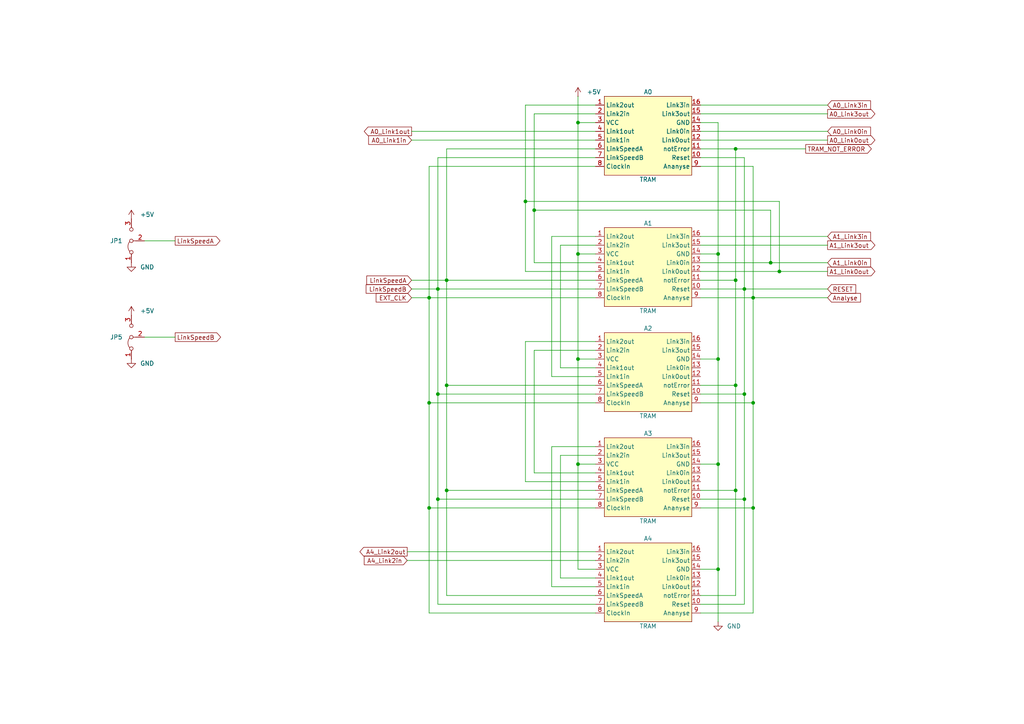
<source format=kicad_sch>
(kicad_sch (version 20250114) (generator "eeschema") (generator_version "9.0")
  (paper "A4")
  (title_block (title "TPU"))
  (lib_symbols
    (symbol "georg:Jumper" (pin_names (offset 0) (hide yes))
      (property "Reference" "JP" (at -2.54 -2.54 0))
      (symbol "Jumper_0_0"
        (circle (center -3.302 0) (radius 0.508))
        (circle (center 0 0) (radius 0.508))
        (circle (center 3.302 0) (radius 0.508))
      )
      (symbol "Jumper_0_1"
        (arc (start -3.048 0.508) (mid -1.651 0.9912) (end -0.254 0.508))
        (polyline (pts (xy 0 -1.27) (xy 0 -0.508)))
      )
      (symbol "Jumper_1_1"
        (pin passive line (at -6.35 0 0) (length 2.54) (name "A") (number "1"))
        (pin passive line (at 0 -3.81 90) (length 2.54) (name "C") (number "2"))
        (pin passive line (at 6.35 0 180) (length 2.54) (name "B") (number "3"))
      )
    )
    (symbol "power:+5V" (power) (pin_numbers (hide yes)) (pin_names (offset 0) (hide yes))
      (property "Value" "+5V" (at 0 3.556 0))
      (symbol "+5V_0_1"
        (polyline (pts (xy -0.762 1.27) (xy 0 2.54)))
        (polyline (pts (xy 0 2.54) (xy 0.762 1.27)))
        (polyline (pts (xy 0 0) (xy 0 2.54)))
      )
      (symbol "+5V_1_1"
        (pin power_in line (at 0 0 90) (length 0) (name "~") (number "1"))
      )
    )
    (symbol "power:GND" (power) (pin_numbers (hide yes)) (pin_names (offset 0) (hide yes))
      (property "Value" "GND" (at 0 -3.81 0))
      (symbol "GND_0_1"
        (polyline (pts (xy 0 0) (xy 0 -1.27) (xy 1.27 -1.27) (xy 0 -2.54) (xy -1.27 -1.27) (xy 0 -1.27)))
      )
      (symbol "GND_1_1"
        (pin power_in line (at 0 0 270) (length 0) (name "~") (number "1"))
      )
    )
    (symbol "tpu:tram"
      (property "Reference" "A" (at 0 3.81 0))
      (property "Value" "TRAM" (at 0 -21.59 0))
      (symbol "tram_0_0"
        (pin output line (at -15.24 0 0) (length 2.54) (name "Link2out") (number "1"))
        (pin input line (at -15.24 -2.54 0) (length 2.54) (name "Link2in") (number "2"))
        (pin power_in line (at -15.24 -5.08 0) (length 2.54) (name "VCC") (number "3"))
        (pin output line (at -15.24 -7.62 0) (length 2.54) (name "Link1out") (number "4"))
        (pin input line (at -15.24 -10.16 0) (length 2.54) (name "Link1in") (number "5"))
        (pin input line (at -15.24 -12.7 0) (length 2.54) (name "LinkSpeedA") (number "6"))
        (pin input line (at -15.24 -15.24 0) (length 2.54) (name "LinkSpeedB") (number "7"))
        (pin input line (at -15.24 -17.78 0) (length 2.54) (name "ClockIn") (number "8"))
        (pin input line (at 15.24 0 180) (length 2.54) (name "Link3in") (number "16"))
        (pin output line (at 15.24 -2.54 180) (length 2.54) (name "Link3out") (number "15"))
        (pin power_in line (at 15.24 -5.08 180) (length 2.54) (name "GND") (number "14"))
        (pin input line (at 15.24 -7.62 180) (length 2.54) (name "Link0in") (number "13"))
        (pin output line (at 15.24 -10.16 180) (length 2.54) (name "Link0out") (number "12"))
        (pin output line (at 15.24 -12.7 180) (length 2.54) (name "notError") (number "11"))
        (pin input line (at 15.24 -15.24 180) (length 2.54) (name "Reset") (number "10"))
        (pin input line (at 15.24 -17.78 180) (length 2.54) (name "Ananyse") (number "9"))
      )
      (symbol "tram_1_1"
        (rectangle (start -12.7 2.54) (end 12.7 -20.32) (fill (type background)))
      )
    )
  )
  (junction (at 167.64 35.56))
  (junction (at 213.36 111.76))
  (junction (at 208.28 165.1))
  (junction (at 154.94 60.96))
  (junction (at 208.28 104.14))
  (junction (at 127 144.78))
  (junction (at 218.44 86.36))
  (junction (at 218.44 147.32))
  (junction (at 152.4 58.42))
  (junction (at 213.36 43.18))
  (junction (at 129.54 142.24))
  (junction (at 208.28 73.66))
  (junction (at 215.9 114.3))
  (junction (at 213.36 81.28))
  (junction (at 226.06 78.74))
  (junction (at 129.54 111.76))
  (junction (at 215.9 144.78))
  (junction (at 215.9 83.82))
  (junction (at 127 83.82))
  (junction (at 127 114.3))
  (junction (at 124.46 116.84))
  (junction (at 223.52 76.2))
  (junction (at 167.64 104.14))
  (junction (at 124.46 86.36))
  (junction (at 129.54 81.28))
  (junction (at 208.28 134.62))
  (junction (at 167.64 73.66))
  (junction (at 218.44 116.84))
  (junction (at 213.36 142.24))
  (junction (at 167.64 134.62))
  (junction (at 124.46 147.32))
  (wire (pts (xy 172.72 101.6) (xy 154.94 101.6)))
  (wire (pts (xy 203.2 144.78) (xy 215.9 144.78)))
  (wire (pts (xy 172.72 35.56) (xy 167.64 35.56)))
  (wire (pts (xy 172.72 45.72) (xy 127 45.72)))
  (wire (pts (xy 215.9 45.72) (xy 215.9 83.82)))
  (wire (pts (xy 154.94 60.96) (xy 223.52 60.96)))
  (wire (pts (xy 203.2 68.58) (xy 240.03 68.58)))
  (wire (pts (xy 203.2 71.12) (xy 240.03 71.12)))
  (wire (pts (xy 203.2 43.18) (xy 213.36 43.18)))
  (wire (pts (xy 208.28 104.14) (xy 208.28 134.62)))
  (wire (pts (xy 162.56 71.12) (xy 172.72 71.12)))
  (wire (pts (xy 203.2 83.82) (xy 215.9 83.82)))
  (wire (pts (xy 172.72 142.24) (xy 129.54 142.24)))
  (wire (pts (xy 172.72 104.14) (xy 167.64 104.14)))
  (wire (pts (xy 162.56 106.68) (xy 162.56 71.12)))
  (wire (pts (xy 118.11 160.02) (xy 172.72 160.02)))
  (wire (pts (xy 172.72 106.68) (xy 162.56 106.68)))
  (wire (pts (xy 154.94 60.96) (xy 154.94 76.2)))
  (wire (pts (xy 203.2 45.72) (xy 215.9 45.72)))
  (wire (pts (xy 172.72 73.66) (xy 167.64 73.66)))
  (wire (pts (xy 152.4 139.7) (xy 172.72 139.7)))
  (wire (pts (xy 41.91 97.79) (xy 50.8 97.79)))
  (wire (pts (xy 172.72 129.54) (xy 160.02 129.54)))
  (wire (pts (xy 203.2 172.72) (xy 213.36 172.72)))
  (wire (pts (xy 215.9 144.78) (xy 215.9 175.26)))
  (wire (pts (xy 223.52 76.2) (xy 240.03 76.2)))
  (wire (pts (xy 124.46 86.36) (xy 172.72 86.36)))
  (wire (pts (xy 172.72 116.84) (xy 124.46 116.84)))
  (wire (pts (xy 172.72 167.64) (xy 162.56 167.64)))
  (wire (pts (xy 172.72 134.62) (xy 167.64 134.62)))
  (wire (pts (xy 129.54 172.72) (xy 129.54 142.24)))
  (wire (pts (xy 160.02 68.58) (xy 160.02 109.22)))
  (wire (pts (xy 129.54 111.76) (xy 129.54 142.24)))
  (wire (pts (xy 172.72 111.76) (xy 129.54 111.76)))
  (wire (pts (xy 213.36 43.18) (xy 233.68 43.18)))
  (wire (pts (xy 203.2 81.28) (xy 213.36 81.28)))
  (wire (pts (xy 172.72 78.74) (xy 152.4 78.74)))
  (wire (pts (xy 218.44 147.32) (xy 218.44 116.84)))
  (wire (pts (xy 203.2 73.66) (xy 208.28 73.66)))
  (wire (pts (xy 208.28 35.56) (xy 208.28 73.66)))
  (wire (pts (xy 172.72 114.3) (xy 127 114.3)))
  (wire (pts (xy 162.56 167.64) (xy 162.56 132.08)))
  (wire (pts (xy 203.2 86.36) (xy 218.44 86.36)))
  (wire (pts (xy 160.02 109.22) (xy 172.72 109.22)))
  (wire (pts (xy 154.94 76.2) (xy 172.72 76.2)))
  (wire (pts (xy 203.2 175.26) (xy 215.9 175.26)))
  (wire (pts (xy 215.9 114.3) (xy 215.9 144.78)))
  (wire (pts (xy -16.51 142.24) (xy -13.97 142.24)))
  (wire (pts (xy 124.46 147.32) (xy 124.46 177.8)))
  (wire (pts (xy 124.46 48.26) (xy 124.46 86.36)))
  (wire (pts (xy 215.9 83.82) (xy 240.03 83.82)))
  (wire (pts (xy 154.94 33.02) (xy 154.94 60.96)))
  (wire (pts (xy 172.72 48.26) (xy 124.46 48.26)))
  (wire (pts (xy 203.2 165.1) (xy 208.28 165.1)))
  (wire (pts (xy 119.38 83.82) (xy 127 83.82)))
  (wire (pts (xy 203.2 116.84) (xy 218.44 116.84)))
  (wire (pts (xy 218.44 86.36) (xy 240.03 86.36)))
  (wire (pts (xy -16.51 137.16) (xy -13.97 137.16)))
  (wire (pts (xy 203.2 76.2) (xy 223.52 76.2)))
  (wire (pts (xy 203.2 104.14) (xy 208.28 104.14)))
  (wire (pts (xy 203.2 142.24) (xy 213.36 142.24)))
  (wire (pts (xy 172.72 147.32) (xy 124.46 147.32)))
  (wire (pts (xy 215.9 114.3) (xy 203.2 114.3)))
  (wire (pts (xy 213.36 111.76) (xy 213.36 142.24)))
  (wire (pts (xy 152.4 58.42) (xy 226.06 58.42)))
  (wire (pts (xy 119.38 81.28) (xy 129.54 81.28)))
  (wire (pts (xy 124.46 147.32) (xy 124.46 116.84)))
  (wire (pts (xy 172.72 172.72) (xy 129.54 172.72)))
  (wire (pts (xy 118.11 162.56) (xy 172.72 162.56)))
  (wire (pts (xy 167.64 134.62) (xy 167.64 165.1)))
  (wire (pts (xy 152.4 58.42) (xy 152.4 30.48)))
  (wire (pts (xy 154.94 137.16) (xy 172.72 137.16)))
  (wire (pts (xy 127 114.3) (xy 127 83.82)))
  (wire (pts (xy 160.02 68.58) (xy 172.72 68.58)))
  (wire (pts (xy 162.56 132.08) (xy 172.72 132.08)))
  (wire (pts (xy 167.64 104.14) (xy 167.64 73.66)))
  (wire (pts (xy 203.2 35.56) (xy 208.28 35.56)))
  (wire (pts (xy 127 144.78) (xy 127 114.3)))
  (wire (pts (xy 226.06 58.42) (xy 226.06 78.74)))
  (wire (pts (xy 203.2 30.48) (xy 240.03 30.48)))
  (wire (pts (xy 203.2 78.74) (xy 226.06 78.74)))
  (wire (pts (xy 129.54 81.28) (xy 172.72 81.28)))
  (wire (pts (xy 203.2 33.02) (xy 240.03 33.02)))
  (wire (pts (xy 218.44 147.32) (xy 218.44 177.8)))
  (wire (pts (xy -13.97 137.16) (xy -13.97 134.62)))
  (wire (pts (xy 152.4 78.74) (xy 152.4 58.42)))
  (wire (pts (xy 160.02 129.54) (xy 160.02 170.18)))
  (wire (pts (xy 172.72 33.02) (xy 154.94 33.02)))
  (wire (pts (xy 226.06 78.74) (xy 240.03 78.74)))
  (wire (pts (xy 167.64 27.94) (xy 167.64 35.56)))
  (wire (pts (xy 172.72 99.06) (xy 152.4 99.06)))
  (wire (pts (xy 208.28 134.62) (xy 208.28 165.1)))
  (wire (pts (xy 167.64 104.14) (xy 167.64 134.62)))
  (wire (pts (xy 213.36 43.18) (xy 213.36 81.28)))
  (wire (pts (xy 160.02 170.18) (xy 172.72 170.18)))
  (wire (pts (xy 203.2 38.1) (xy 240.03 38.1)))
  (wire (pts (xy 127 83.82) (xy 172.72 83.82)))
  (wire (pts (xy 129.54 43.18) (xy 129.54 81.28)))
  (wire (pts (xy 208.28 165.1) (xy 208.28 180.34)))
  (wire (pts (xy 203.2 40.64) (xy 240.03 40.64)))
  (wire (pts (xy 215.9 83.82) (xy 215.9 114.3)))
  (wire (pts (xy 172.72 43.18) (xy 129.54 43.18)))
  (wire (pts (xy 124.46 86.36) (xy 124.46 116.84)))
  (wire (pts (xy 172.72 175.26) (xy 127 175.26)))
  (wire (pts (xy 41.91 69.85) (xy 50.8 69.85)))
  (wire (pts (xy 203.2 48.26) (xy 218.44 48.26)))
  (wire (pts (xy 223.52 60.96) (xy 223.52 76.2)))
  (wire (pts (xy 172.72 144.78) (xy 127 144.78)))
  (wire (pts (xy 172.72 165.1) (xy 167.64 165.1)))
  (wire (pts (xy 154.94 101.6) (xy 154.94 137.16)))
  (wire (pts (xy 208.28 73.66) (xy 208.28 104.14)))
  (wire (pts (xy 152.4 99.06) (xy 152.4 139.7)))
  (wire (pts (xy 167.64 35.56) (xy 167.64 73.66)))
  (wire (pts (xy 152.4 30.48) (xy 172.72 30.48)))
  (wire (pts (xy 218.44 86.36) (xy 218.44 116.84)))
  (wire (pts (xy 172.72 177.8) (xy 124.46 177.8)))
  (wire (pts (xy 213.36 111.76) (xy 203.2 111.76)))
  (wire (pts (xy 127 175.26) (xy 127 144.78)))
  (wire (pts (xy 129.54 81.28) (xy 129.54 111.76)))
  (wire (pts (xy 119.38 38.1) (xy 172.72 38.1)))
  (wire (pts (xy 203.2 177.8) (xy 218.44 177.8)))
  (wire (pts (xy 203.2 134.62) (xy 208.28 134.62)))
  (wire (pts (xy 127 45.72) (xy 127 83.82)))
  (wire (pts (xy 119.38 40.64) (xy 172.72 40.64)))
  (wire (pts (xy 203.2 147.32) (xy 218.44 147.32)))
  (wire (pts (xy 218.44 48.26) (xy 218.44 86.36)))
  (wire (pts (xy 213.36 142.24) (xy 213.36 172.72)))
  (wire (pts (xy 119.38 86.36) (xy 124.46 86.36)))
  (wire (pts (xy 213.36 81.28) (xy 213.36 111.76)))
  (global_label "LinkSpeedB" (shape input) (at 119.38 83.82 180) (property "Intersheetrefs" "${INTERSHEET_REFS}" (effects (hide yes))))
  (global_label "A0_Link1out" (shape output) (at 119.38 38.1 180) (property "Intersheetrefs" "${INTERSHEET_REFS}" (effects (hide yes))))
  (global_label "A0_Link1in" (shape input) (at 119.38 40.64 180) (property "Intersheetrefs" "${INTERSHEET_REFS}" (effects (hide yes))))
  (global_label "A4_Link2in" (shape input) (at 118.11 162.56 180) (property "Intersheetrefs" "${INTERSHEET_REFS}" (effects (hide yes))))
  (global_label "A1_Link3out" (shape output) (at 240.03 71.12 0) (property "Intersheetrefs" "${INTERSHEET_REFS}" (effects (hide yes))))
  (global_label "A0_Link3out" (shape output) (at 240.03 33.02 0) (property "Intersheetrefs" "${INTERSHEET_REFS}" (effects (hide yes))))
  (global_label "A0_Link0out" (shape output) (at 240.03 40.64 0) (property "Intersheetrefs" "${INTERSHEET_REFS}" (effects (hide yes))))
  (global_label "LinkSpeedA" (shape output) (at 50.8 69.85 0) (property "Intersheetrefs" "${INTERSHEET_REFS}" (effects (hide yes))))
  (global_label "+5V" (shape input) (at -16.51 137.16 180) (property "Intersheetrefs" "${INTERSHEET_REFS}" (effects (hide yes))))
  (global_label "RESET" (shape input) (at 240.03 83.82 0) (property "Intersheetrefs" "${INTERSHEET_REFS}" (effects (hide yes))))
  (global_label "TRAM_NOT_ERROR" (shape output) (at 233.68 43.18 0) (property "Intersheetrefs" "${INTERSHEET_REFS}" (effects (hide yes))))
  (global_label "A0_Link3in" (shape input) (at 240.03 30.48 0) (property "Intersheetrefs" "${INTERSHEET_REFS}" (effects (hide yes))))
  (global_label "LinkSpeedA" (shape input) (at 119.38 81.28 180) (property "Intersheetrefs" "${INTERSHEET_REFS}" (effects (hide yes))))
  (global_label "Analyse" (shape input) (at 240.03 86.36 0) (property "Intersheetrefs" "${INTERSHEET_REFS}" (effects (hide yes))))
  (global_label "EXT_CLK" (shape input) (at 119.38 86.36 180) (property "Intersheetrefs" "${INTERSHEET_REFS}" (effects (hide yes))))
  (global_label "A4_Link2out" (shape output) (at 118.11 160.02 180) (property "Intersheetrefs" "${INTERSHEET_REFS}" (effects (hide yes))))
  (global_label "A1_Link0in" (shape input) (at 240.03 76.2 0) (property "Intersheetrefs" "${INTERSHEET_REFS}" (effects (hide yes))))
  (global_label "A0_Link0in" (shape input) (at 240.03 38.1 0) (property "Intersheetrefs" "${INTERSHEET_REFS}" (effects (hide yes))))
  (global_label "DM" (shape input) (at -16.51 142.24 180) (property "Intersheetrefs" "${INTERSHEET_REFS}" (effects (hide yes))))
  (global_label "LinkSpeedB" (shape output) (at 50.8 97.79 0) (property "Intersheetrefs" "${INTERSHEET_REFS}" (effects (hide yes))))
  (global_label "A1_Link0out" (shape output) (at 240.03 78.74 0) (property "Intersheetrefs" "${INTERSHEET_REFS}" (effects (hide yes))))
  (global_label "A1_Link3in" (shape input) (at 240.03 68.58 0) (property "Intersheetrefs" "${INTERSHEET_REFS}" (effects (hide yes))))
  (symbol (lib_id "power:GND") (at -13.97 142.24 0) (unit 1)
    (property "Reference" "#PWR0156" (effects (hide yes)))
    (property "Value" "GND" (at -11.43 143.5099 0) (effects (justify left)))
    (property "Description" "Power symbol creates a global label with name \"GND\" , ground" (effects (hide yes)))
  )
  (symbol (lib_id "power:GND") (at 38.1 104.14 0) (unit 1)
    (property "Reference" "#PWR0205" (effects (hide yes)))
    (property "Value" "GND" (at 40.64 105.4099 0) (effects (justify left)))
    (property "Description" "Power symbol creates a global label with name \"GND\" , ground" (effects (hide yes)))
  )
  (symbol (lib_id "georg:Jumper") (at 38.1 69.85 90) (unit 1)
    (property "Reference" "JP1" (at 35.56 69.8499 90) (effects (justify left)))
    (property "Value" "Jumper" (effects (hide yes)))
    (property "Footprint" "tpu:Jumper" (effects (hide yes)))
    (property "Description" "Jumper, 3-pole, pins 1+2 closed/bridged" (effects (hide yes)))
  )
  (symbol (lib_id "tpu:tram") (at 187.96 160.02 0) (unit 1)
    (property "Reference" "A4" (at 187.96 156.21 0))
    (property "Value" "TRAM" (at 187.96 181.61 0))
    (property "Footprint" "tpu:tram" (effects (hide yes)))
  )
  (symbol (lib_id "tpu:tram") (at 187.96 30.48 0) (unit 1)
    (property "Reference" "A0" (at 187.96 26.67 0))
    (property "Value" "TRAM" (at 187.96 52.07 0))
    (property "Footprint" "tpu:tram" (effects (hide yes)))
  )
  (symbol (lib_id "power:+5V") (at 38.1 63.5 0) (unit 1)
    (property "Reference" "#PWR0202" (effects (hide yes)))
    (property "Value" "+5V" (at 40.64 62.2299 0) (effects (justify left)))
    (property "Description" "Power symbol creates a global label with name \"+5V\"" (effects (hide yes)))
  )
  (symbol (lib_id "power:+5V") (at -13.97 134.62 0) (unit 1)
    (property "Reference" "#PWR0155" (effects (hide yes)))
    (property "Value" "+5V" (at -11.43 133.3499 0) (effects (justify left)))
    (property "Description" "Power symbol creates a global label with name \"+5V\"" (effects (hide yes)))
  )
  (symbol (lib_id "georg:Jumper") (at 38.1 97.79 90) (unit 1)
    (property "Reference" "JP5" (at 35.56 97.7899 90) (effects (justify left)))
    (property "Value" "Jumper" (effects (hide yes)))
    (property "Footprint" "tpu:Jumper" (effects (hide yes)))
    (property "Description" "Jumper, 3-pole, pins 1+2 closed/bridged" (effects (hide yes)))
  )
  (symbol (lib_id "tpu:tram") (at 187.96 129.54 0) (unit 1)
    (property "Reference" "A3" (at 187.96 125.73 0))
    (property "Value" "TRAM" (at 187.96 151.13 0))
    (property "Footprint" "tpu:tram" (effects (hide yes)))
  )
  (symbol (lib_id "tpu:tram") (at 187.96 99.06 0) (unit 1)
    (property "Reference" "A2" (at 187.96 95.25 0))
    (property "Value" "TRAM" (at 187.96 120.65 0))
    (property "Footprint" "tpu:tram" (effects (hide yes)))
  )
  (symbol (lib_id "power:+5V") (at 38.1 91.44 0) (unit 1)
    (property "Reference" "#PWR0203" (effects (hide yes)))
    (property "Value" "+5V" (at 40.64 90.1699 0) (effects (justify left)))
    (property "Description" "Power symbol creates a global label with name \"+5V\"" (effects (hide yes)))
  )
  (symbol (lib_id "power:GND") (at 208.28 180.34 0) (unit 1)
    (property "Reference" "#PWR032" (effects (hide yes)))
    (property "Value" "GND" (at 210.82 181.6099 0) (effects (justify left)))
    (property "Description" "Power symbol creates a global label with name \"GND\" , ground" (effects (hide yes)))
  )
  (symbol (lib_id "tpu:tram") (at 187.96 68.58 0) (unit 1)
    (property "Reference" "A1" (at 187.96 64.77 0))
    (property "Value" "TRAM" (at 187.96 90.17 0))
    (property "Footprint" "tpu:tram" (effects (hide yes)))
  )
  (symbol (lib_id "power:GND") (at 38.1 76.2 0) (unit 1)
    (property "Reference" "#PWR0204" (effects (hide yes)))
    (property "Value" "GND" (at 40.64 77.4699 0) (effects (justify left)))
    (property "Description" "Power symbol creates a global label with name \"GND\" , ground" (effects (hide yes)))
  )
  (symbol (lib_id "power:+5V") (at 167.64 27.94 0) (unit 1)
    (property "Reference" "#PWR0196" (effects (hide yes)))
    (property "Value" "+5V" (at 170.18 26.6699 0) (effects (justify left)))
    (property "Description" "Power symbol creates a global label with name \"+5V\"" (effects (hide yes)))
  )
)
</source>
